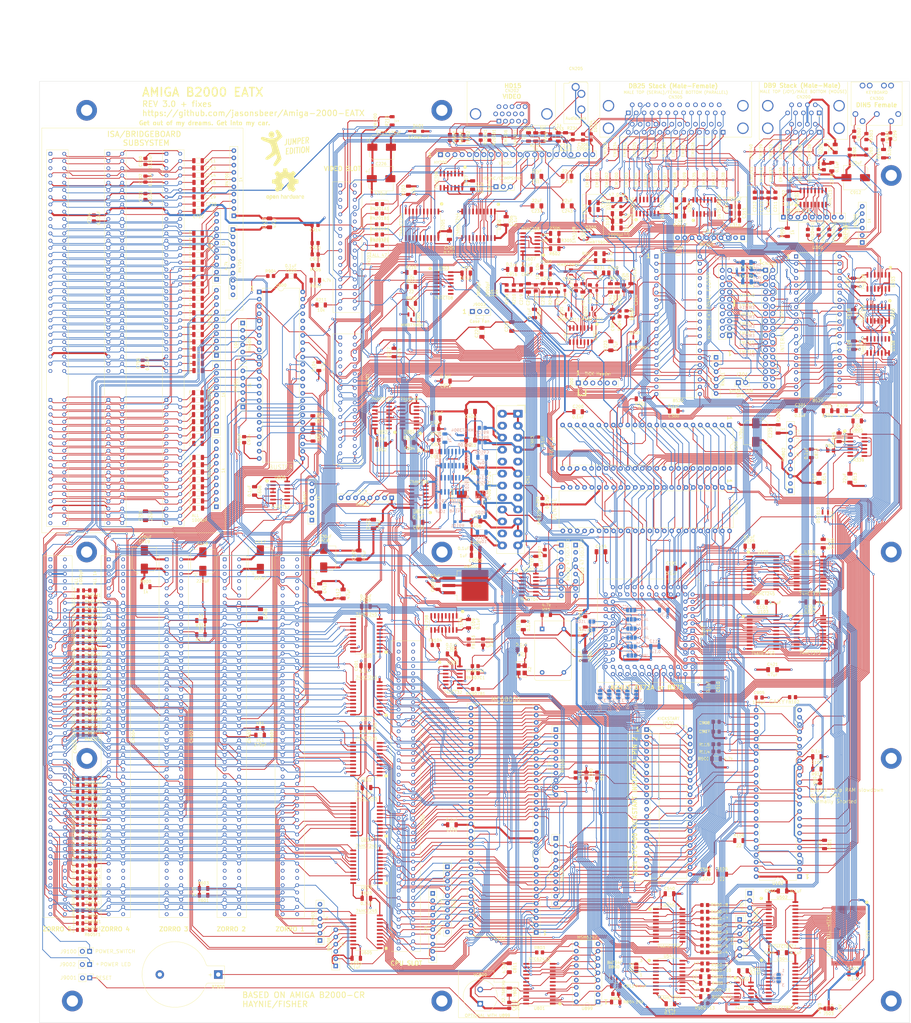
<source format=kicad_pcb>
(kicad_pcb
	(version 20240108)
	(generator "pcbnew")
	(generator_version "8.0")
	(general
		(thickness 1.6)
		(legacy_teardrops no)
	)
	(paper "C")
	(title_block
		(title "Amiga 2000 EATX")
		(date "2023-03-15")
		(rev "3.0")
	)
	(layers
		(0 "F.Cu" signal)
		(1 "In1.Cu" power)
		(2 "In2.Cu" power)
		(31 "B.Cu" signal)
		(32 "B.Adhes" user "B.Adhesive")
		(33 "F.Adhes" user "F.Adhesive")
		(34 "B.Paste" user)
		(35 "F.Paste" user)
		(36 "B.SilkS" user "B.Silkscreen")
		(37 "F.SilkS" user "F.Silkscreen")
		(38 "B.Mask" user)
		(39 "F.Mask" user)
		(40 "Dwgs.User" user "User.Drawings")
		(41 "Cmts.User" user "User.Comments")
		(42 "Eco1.User" user "User.Eco1")
		(43 "Eco2.User" user "User.Eco2")
		(44 "Edge.Cuts" user)
		(45 "Margin" user)
		(46 "B.CrtYd" user "B.Courtyard")
		(47 "F.CrtYd" user "F.Courtyard")
		(48 "B.Fab" user)
		(49 "F.Fab" user)
	)
	(setup
		(stackup
			(layer "F.SilkS"
				(type "Top Silk Screen")
			)
			(layer "F.Paste"
				(type "Top Solder Paste")
			)
			(layer "F.Mask"
				(type "Top Solder Mask")
				(thickness 0.01)
			)
			(layer "F.Cu"
				(type "copper")
				(thickness 0.035)
			)
			(layer "dielectric 1"
				(type "core")
				(thickness 0.48)
				(material "FR4")
				(epsilon_r 4.5)
				(loss_tangent 0.02)
			)
			(layer "In1.Cu"
				(type "copper")
				(thickness 0.035)
			)
			(layer "dielectric 2"
				(type "prepreg")
				(thickness 0.48)
				(material "FR4")
				(epsilon_r 4.5)
				(loss_tangent 0.02)
			)
			(layer "In2.Cu"
				(type "copper")
				(thickness 0.035)
			)
			(layer "dielectric 3"
				(type "core")
				(thickness 0.48)
				(material "FR4")
				(epsilon_r 4.5)
				(loss_tangent 0.02)
			)
			(layer "B.Cu"
				(type "copper")
				(thickness 0.035)
			)
			(layer "B.Mask"
				(type "Bottom Solder Mask")
				(thickness 0.01)
			)
			(layer "B.Paste"
				(type "Bottom Solder Paste")
			)
			(layer "B.SilkS"
				(type "Bottom Silk Screen")
			)
			(copper_finish "None")
			(dielectric_constraints no)
		)
		(pad_to_mask_clearance 0.05)
		(allow_soldermask_bridges_in_footprints no)
		(pcbplotparams
			(layerselection 0x00010fc_ffffffff)
			(plot_on_all_layers_selection 0x0000000_00000000)
			(disableapertmacros no)
			(usegerberextensions yes)
			(usegerberattributes no)
			(usegerberadvancedattributes no)
			(creategerberjobfile no)
			(dashed_line_dash_ratio 12.000000)
			(dashed_line_gap_ratio 3.000000)
			(svgprecision 4)
			(plotframeref no)
			(viasonmask no)
			(mode 1)
			(useauxorigin no)
			(hpglpennumber 1)
			(hpglpenspeed 20)
			(hpglpendiameter 15.000000)
			(pdf_front_fp_property_popups yes)
			(pdf_back_fp_property_popups yes)
			(dxfpolygonmode yes)
			(dxfimperialunits yes)
			(dxfusepcbnewfont yes)
			(psnegative no)
			(psa4output no)
			(plotreference yes)
			(plotvalue yes)
			(plotfptext yes)
			(plotinvisibletext no)
			(sketchpadsonfab no)
			(subtractmaskfromsilk yes)
			(outputformat 1)
			(mirror no)
			(drillshape 0)
			(scaleselection 1)
			(outputdirectory "out/")
		)
	)
	(net 0 "")
	(net 1 "GND")
	(net 2 "Net-(BT800-+)")
	(net 3 "_DTACK")
	(net 4 "_LDS")
	(net 5 "_UDS")
	(net 6 "R_W")
	(net 7 "_AS")
	(net 8 "_HLT")
	(net 9 "_RST")
	(net 10 "Net-(XC1-Pad1)")
	(net 11 "_BEER")
	(net 12 "_BOSS")
	(net 13 "_VPA")
	(net 14 "_BR")
	(net 15 "_BGACK")
	(net 16 "_IPL2")
	(net 17 "_IPL1")
	(net 18 "_IPL0")
	(net 19 "FC2")
	(net 20 "FC1")
	(net 21 "FC0")
	(net 22 "_VMA")
	(net 23 "D5")
	(net 24 "A4")
	(net 25 "D6")
	(net 26 "A3")
	(net 27 "D7")
	(net 28 "A2")
	(net 29 "D8")
	(net 30 "A1")
	(net 31 "D9")
	(net 32 "D10")
	(net 33 "D11")
	(net 34 "D12")
	(net 35 "D13")
	(net 36 "D14")
	(net 37 "D15")
	(net 38 "A23")
	(net 39 "E")
	(net 40 "A22")
	(net 41 "A21")
	(net 42 "A20")
	(net 43 "A19")
	(net 44 "7M")
	(net 45 "A18")
	(net 46 "A17")
	(net 47 "A16")
	(net 48 "A15")
	(net 49 "_BG")
	(net 50 "A14")
	(net 51 "A13")
	(net 52 "A12")
	(net 53 "A11")
	(net 54 "A10")
	(net 55 "A9")
	(net 56 "D0")
	(net 57 "A8")
	(net 58 "D1")
	(net 59 "A7")
	(net 60 "D2")
	(net 61 "A6")
	(net 62 "D3")
	(net 63 "A5")
	(net 64 "D4")
	(net 65 "_OEB")
	(net 66 "DRD8")
	(net 67 "DRD9")
	(net 68 "DRD10")
	(net 69 "DRD11")
	(net 70 "DRD12")
	(net 71 "DRD13")
	(net 72 "DRD14")
	(net 73 "DRD15")
	(net 74 "DRD0")
	(net 75 "DRD1")
	(net 76 "DRD2")
	(net 77 "DRD3")
	(net 78 "DRD4")
	(net 79 "DRD5")
	(net 80 "DRD6")
	(net 81 "DRD7")
	(net 82 "_LATCH")
	(net 83 "_OEL")
	(net 84 "+12V")
	(net 85 "-5V")
	(net 86 "Net-(CN601-Pad98)")
	(net 87 "Net-(CN601-Pad97)")
	(net 88 "Net-(JA5-A)")
	(net 89 "BA7")
	(net 90 "BA6")
	(net 91 "BA5")
	(net 92 "BA4")
	(net 93 "BA3")
	(net 94 "BA2")
	(net 95 "BA1")
	(net 96 "Net-(U201B-VCC)")
	(net 97 "Net-(Q202-C)")
	(net 98 "BA8")
	(net 99 "BA9")
	(net 100 "BA10")
	(net 101 "BA11")
	(net 102 "BA12")
	(net 103 "BA13")
	(net 104 "BA14")
	(net 105 "BA15")
	(net 106 "BA16")
	(net 107 "BA17")
	(net 108 "BA18")
	(net 109 "BA19")
	(net 110 "BA20")
	(net 111 "BA21")
	(net 112 "BA22")
	(net 113 "BA23")
	(net 114 "BD0")
	(net 115 "BD1")
	(net 116 "BD2")
	(net 117 "BD3")
	(net 118 "BD4")
	(net 119 "BD5")
	(net 120 "BD6")
	(net 121 "BD7")
	(net 122 "BD15")
	(net 123 "BD14")
	(net 124 "BD13")
	(net 125 "BD12")
	(net 126 "BD11")
	(net 127 "BD10")
	(net 128 "BD9")
	(net 129 "BD8")
	(net 130 "_CBG")
	(net 131 "_CBR")
	(net 132 "_INT6")
	(net 133 "XRDY")
	(net 134 "_VC1")
	(net 135 "_VC3")
	(net 136 "_INT2")
	(net 137 "VCDAC")
	(net 138 "28M")
	(net 139 "V7M")
	(net 140 "_BAS")
	(net 141 "_BUDS")
	(net 142 "_BLDS")
	(net 143 "READ")
	(net 144 "BFC0")
	(net 145 "BFC1")
	(net 146 "BFC2")
	(net 147 "_D2P")
	(net 148 "DMAOUT")
	(net 149 "_DBOE")
	(net 150 "Net-(C617-Pad1)")
	(net 151 "Net-(C619-Pad1)")
	(net 152 "Net-(C620-Pad1)")
	(net 153 "Net-(C621-Pad1)")
	(net 154 "Net-(C622-Pad1)")
	(net 155 "Net-(C623-Pad1)")
	(net 156 "Net-(C624-Pad1)")
	(net 157 "Net-(C625-Pad1)")
	(net 158 "Net-(C626-Pad1)")
	(net 159 "Net-(C627-Pad1)")
	(net 160 "Net-(C628-Pad1)")
	(net 161 "Net-(C629-Pad1)")
	(net 162 "Net-(C630-Pad1)")
	(net 163 "Net-(C631-Pad1)")
	(net 164 "Net-(C632-Pad1)")
	(net 165 "Net-(C633-Pad1)")
	(net 166 "Net-(C635-Pad1)")
	(net 167 "Net-(C637-Pad1)")
	(net 168 "Net-(C639-Pad1)")
	(net 169 "Net-(C641-Pad1)")
	(net 170 "Net-(C645-Pad1)")
	(net 171 "Net-(C647-Pad1)")
	(net 172 "Net-(C649-Pad1)")
	(net 173 "Net-(C650-Pad1)")
	(net 174 "Net-(C651-Pad1)")
	(net 175 "Net-(C652-Pad1)")
	(net 176 "Net-(C654-Pad1)")
	(net 177 "Net-(C655-Pad1)")
	(net 178 "Net-(C657-Pad1)")
	(net 179 "Net-(C658-Pad1)")
	(net 180 "Net-(C659-Pad1)")
	(net 181 "Net-(C660-Pad1)")
	(net 182 "Net-(C661-Pad1)")
	(net 183 "Net-(C662-Pad1)")
	(net 184 "Net-(C663-Pad1)")
	(net 185 "Net-(C664-Pad1)")
	(net 186 "Net-(C665-Pad1)")
	(net 187 "Net-(C666-Pad1)")
	(net 188 "Net-(C667-Pad1)")
	(net 189 "Net-(C668-Pad1)")
	(net 190 "Net-(C669-Pad1)")
	(net 191 "Net-(C670-Pad1)")
	(net 192 "Net-(C671-Pad1)")
	(net 193 "Net-(C672-Pad1)")
	(net 194 "Net-(C673-Pad1)")
	(net 195 "Net-(C674-Pad1)")
	(net 196 "_EINT1")
	(net 197 "Net-(C675-Pad1)")
	(net 198 "E7M")
	(net 199 "_EBG5")
	(net 200 "_EBR5")
	(net 201 "_EINT4")
	(net 202 "_EINT5")
	(net 203 "_EINT7")
	(net 204 "-12V")
	(net 205 "_EC1")
	(net 206 "_GBG")
	(net 207 "DOE")
	(net 208 "_OVR")
	(net 209 "ECDAC")
	(net 210 "_SLAVE5")
	(net 211 "_OWN")
	(net 212 "_EBG4")
	(net 213 "_EBR4")
	(net 214 "_SLAVE4")
	(net 215 "_EBG3")
	(net 216 "_EBR3")
	(net 217 "_SLAVE3")
	(net 218 "_EBG2")
	(net 219 "_EBR2")
	(net 220 "_SLAVE2")
	(net 221 "_EBG1")
	(net 222 "_EBR1")
	(net 223 "_COPCFG")
	(net 224 "_SLAVE1")
	(net 225 "Net-(U200-P0X)")
	(net 226 "/Power/+5VSB")
	(net 227 "Net-(U200-P0Y)")
	(net 228 "/Zorro_Expansion/_CFGOUT4")
	(net 229 "/Zorro_Expansion/_CFGIN4")
	(net 230 "/Zorro_Expansion/_CFGOUT3")
	(net 231 "/Zorro_Expansion/_CFGIN3")
	(net 232 "/Zorro_Expansion/_CFGOUT2")
	(net 233 "/Zorro_Expansion/_CFGIN2")
	(net 234 "Net-(U200-P1X)")
	(net 235 "+VID")
	(net 236 "_C4")
	(net 237 "_CSYNC")
	(net 238 "/Video/RED")
	(net 239 "/Video/GREEN")
	(net 240 "/Video/BLUE")
	(net 241 "PSTROBE")
	(net 242 "/Video/PIXELSW")
	(net 243 "_HSYNC")
	(net 244 "/Video/BURST")
	(net 245 "_XCLKEN")
	(net 246 "FLTRIGHT")
	(net 247 "FLTLEFT")
	(net 248 "Net-(U200-P1Y)")
	(net 249 "Net-(CN202-Pad14)")
	(net 250 "Net-(CN202-Pad13)")
	(net 251 "Net-(U204B-+)")
	(net 252 "Net-(Q201-S)")
	(net 253 "Net-(U204A--)")
	(net 254 "Net-(CN202-Pad3)")
	(net 255 "Net-(CN202-Pad2)")
	(net 256 "Net-(CN202-Pad1)")
	(net 257 "AUDIO")
	(net 258 "PPD7")
	(net 259 "PPD5")
	(net 260 "PPD3")
	(net 261 "PPD1")
	(net 262 "_PACK")
	(net 263 "PBUSY")
	(net 264 "PPOUT")
	(net 265 "B1")
	(net 266 "G2")
	(net 267 "G0")
	(net 268 "R2")
	(net 269 "R0")
	(net 270 "RAWRIGHT")
	(net 271 "RAWLEFT")
	(net 272 "_LED")
	(net 273 "PPD6")
	(net 274 "PPD4")
	(net 275 "PPD2")
	(net 276 "PPD0")
	(net 277 "PSEL")
	(net 278 "B2")
	(net 279 "G1")
	(net 280 "R1")
	(net 281 "+3V3")
	(net 282 "Net-(EMI200-Pad2)")
	(net 283 "Net-(R212-Pad2)")
	(net 284 "XCLK")
	(net 285 "Net-(R216-Pad2)")
	(net 286 "B0")
	(net 287 "R3")
	(net 288 "G3")
	(net 289 "B3")
	(net 290 "Net-(Q200-S)")
	(net 291 "M1V")
	(net 292 "M1H")
	(net 293 "M0V")
	(net 294 "M0H")
	(net 295 "Net-(RN700-R9)")
	(net 296 "RGA1")
	(net 297 "RGA2")
	(net 298 "RGA3")
	(net 299 "RGA4")
	(net 300 "RGA5")
	(net 301 "C1")
	(net 302 "RGA6")
	(net 303 "RGA7")
	(net 304 "_CDAC")
	(net 305 "RGA8")
	(net 306 "Net-(RN700-R8)")
	(net 307 "_BHS")
	(net 308 "_CIPL0")
	(net 309 "_C2")
	(net 310 "Net-(RN700-R7)")
	(net 311 "Net-(RN700-R6)")
	(net 312 "Net-(RN700-R5)")
	(net 313 "C3")
	(net 314 "_BRST")
	(net 315 "Net-(RN700-R4)")
	(net 316 "Net-(RN700-R3)")
	(net 317 "Net-(RN700-R2)")
	(net 318 "Net-(RN700-R1)")
	(net 319 "Net-(RN701-R9)")
	(net 320 "Net-(RN701-R8)")
	(net 321 "Net-(RN701-R7)")
	(net 322 "Net-(RN701-R6)")
	(net 323 "Net-(RN701-R5)")
	(net 324 "Net-(RN701-R4)")
	(net 325 "Net-(RN701-R3)")
	(net 326 "Net-(RN701-R2)")
	(net 327 "Net-(RN701-R1)")
	(net 328 "Net-(RN702-R9)")
	(net 329 "Net-(RN702-R8)")
	(net 330 "Net-(RN702-R7)")
	(net 331 "Net-(RN702-R6)")
	(net 332 "Net-(D800-Pad2)")
	(net 333 "Net-(D800-Pad1)")
	(net 334 "Net-(RN702-R5)")
	(net 335 "Net-(RN702-R4)")
	(net 336 "_CLKWR")
	(net 337 "_CLKRD")
	(net 338 "Net-(RN702-R3)")
	(net 339 "Net-(RN703-R6)")
	(net 340 "Net-(RN703-R5)")
	(net 341 "Net-(RN703-R4)")
	(net 342 "_MC1")
	(net 343 "_EC3")
	(net 344 "Net-(RN907B1-Pad2)")
	(net 345 "_RAS1")
	(net 346 "_CASL")
	(net 347 "_RAS0")
	(net 348 "_CASU")
	(net 349 "DRA8")
	(net 350 "DMAL")
	(net 351 "_WE")
	(net 352 "_INT3")
	(net 353 "_ROMEN")
	(net 354 "Net-(RN703-R3)")
	(net 355 "Net-(U900-Pad10)")
	(net 356 "Net-(RN703-R2)")
	(net 357 "Net-(RN703-R1)")
	(net 358 "Net-(RN704-R8)")
	(net 359 "Net-(RN704-R7)")
	(net 360 "Net-(RN704-R6)")
	(net 361 "Net-(RN704-R5)")
	(net 362 "Net-(RN704-R4)")
	(net 363 "Vref")
	(net 364 "+AV")
	(net 365 "-AV")
	(net 366 "Net-(C231-Pad2)")
	(net 367 "Net-(RN704-R3)")
	(net 368 "Net-(RN704-R2)")
	(net 369 "Net-(C233-Pad2)")
	(net 370 "Net-(C241-Pad2)")
	(net 371 "Net-(RN704-R1)")
	(net 372 "Net-(RN702-R2)")
	(net 373 "AUDOUT")
	(net 374 "Net-(CN200-Pad18)")
	(net 375 "/Paula/FIR0")
	(net 376 "Net-(CN200-Pad14)")
	(net 377 "Net-(CN200-Pad13)")
	(net 378 "Net-(CN200-Pad12)")
	(net 379 "Net-(CN200-Pad11)")
	(net 380 "Net-(CN200-Pad10)")
	(net 381 "Net-(CN200-Pad9)")
	(net 382 "Net-(CN200-Pad5)")
	(net 383 "Net-(CN200-Pad4)")
	(net 384 "Net-(CN200-Pad3)")
	(net 385 "Net-(CN200-Pad2)")
	(net 386 "Net-(CN200-Pad1)")
	(net 387 "_FIR1")
	(net 388 "Net-(RN702-R1)")
	(net 389 "Net-(RN703-R9)")
	(net 390 "Net-(RN703-R8)")
	(net 391 "Net-(RN703-R7)")
	(net 392 "Net-(U899-_XT)")
	(net 393 "Net-(U805A--)")
	(net 394 "Net-(RN802A-R1.1)")
	(net 395 "Net-(U102A-_LATCH)")
	(net 396 "_FIR0")
	(net 397 "Net-(J9002-Pin_1)")
	(net 398 "Net-(D9100-K)")
	(net 399 "AUDIN")
	(net 400 "_CUTOFF")
	(net 401 "unconnected-(CN1-PWR_OK-Pad8)")
	(net 402 "unconnected-(CN1-NC-Pad20)")
	(net 403 "unconnected-(CN202-Pad4)")
	(net 404 "unconnected-(CN202-Pad9)")
	(net 405 "_RxD")
	(net 406 "_TxD")
	(net 407 "DKWE")
	(net 408 "_DKWD")
	(net 409 "_DKRD")
	(net 410 "_KBRST")
	(net 411 "Net-(C310-Pad1)")
	(net 412 "Net-(C311-Pad1)")
	(net 413 "Net-(C312-Pad1)")
	(net 414 "Net-(C314-Pad2)")
	(net 415 "Net-(C315-Pad2)")
	(net 416 "Net-(C316-Pad2)")
	(net 417 "Net-(C318-Pad2)")
	(net 418 "unconnected-(CN202-Pad11)")
	(net 419 "unconnected-(CN202-Pad12)")
	(net 420 "unconnected-(CN202-Pad15)")
	(net 421 "/Serial/DTR")
	(net 422 "unconnected-(CN203-Pad1)")
	(net 423 "unconnected-(CN203-Pad2)")
	(net 424 "unconnected-(CN203-Pad5)")
	(net 425 "unconnected-(CN203-Pad35)")
	(net 426 "unconnected-(CN300-Pad3)")
	(net 427 "unconnected-(CN303-Pin_3-Pad3)")
	(net 428 "Net-(CN304-Pin_1)")
	(net 429 "/Serial/CD")
	(net 430 "/Serial/DSR")
	(net 431 "/Serial/CTS")
	(net 432 "/Serial/RTS")
	(net 433 "Net-(CN304-Pin_2)")
	(net 434 "Net-(EMI332-Pad2)")
	(net 435 "Net-(EMI333-Pad2)")
	(net 436 "Net-(CN304-Pin_3)")
	(net 437 "Net-(R902-Pad2)")
	(net 438 "Net-(CN304-Pin_4)")
	(net 439 "_MTR")
	(net 440 "_SEL1")
	(net 441 "_SEL0")
	(net 442 "_SIDE")
	(net 443 "DIR")
	(net 444 "_STEP")
	(net 445 "_INDEX")
	(net 446 "Net-(CN304-Pin_6)")
	(net 447 "Net-(CN304-Pin_8)")
	(net 448 "Net-(CN304-Pin_9)")
	(net 449 "Net-(CN304-Pin_10)")
	(net 450 "Net-(CN304-Pin_11)")
	(net 451 "_KBCLK")
	(net 452 "Net-(C313-Pad1)")
	(net 453 "Net-(CN304-Pin_12)")
	(net 454 "Net-(CN304-Pin_13)")
	(net 455 "Net-(CN304-Pin_14)")
	(net 456 "Net-(EMI310-Pad2)")
	(net 457 "Net-(CN304-Pin_15)")
	(net 458 "Net-(CN304-Pin_16)")
	(net 459 "Net-(CN304-Pin_17)")
	(net 460 "Net-(CN305-Pad11)")
	(net 461 "Net-(CN305-Pad10)")
	(net 462 "Net-(CN305-Pad1)")
	(net 463 "_EXRAM")
	(net 464 "Net-(CN304-Pin_18)")
	(net 465 "/Memory and Kickstart/_SRAMCE")
	(net 466 "OVL")
	(net 467 "/Memory and Kickstart/_MCASL")
	(net 468 "/Memory and Kickstart/_MCASU")
	(net 469 "/Memory and Kickstart/_MRAS1")
	(net 470 "/Memory and Kickstart/_MWE")
	(net 471 "/Memory and Kickstart/DRAB8")
	(net 472 "/Memory and Kickstart/DRAB0")
	(net 473 "/Memory and Kickstart/DRAB1")
	(net 474 "/Memory and Kickstart/DRAB2")
	(net 475 "/Memory and Kickstart/DRAB3")
	(net 476 "/Memory and Kickstart/DRAB4")
	(net 477 "/Memory and Kickstart/DRAB5")
	(net 478 "/Memory and Kickstart/DRAB6")
	(net 479 "/Memory and Kickstart/DRAB7")
	(net 480 "/Memory and Kickstart/DRAC0")
	(net 481 "/Memory and Kickstart/DRAC1")
	(net 482 "/Memory and Kickstart/DRAC2")
	(net 483 "/Memory and Kickstart/DRAC3")
	(net 484 "/Memory and Kickstart/DRAC4")
	(net 485 "/Memory and Kickstart/DRAC5")
	(net 486 "/Memory and Kickstart/DRAC6")
	(net 487 "/Memory and Kickstart/DRAC7")
	(net 488 "/Memory and Kickstart/DRAC8")
	(net 489 "Net-(CN304-Pin_19)")
	(net 490 "Net-(C259-Pad1)")
	(net 491 "/Floppy and Parallel/_IORST")
	(net 492 "Net-(CN305A-P14)")
	(net 493 "Net-(FB301-Pad2)")
	(net 494 "unconnected-(CN305A-P15-Pad15)")
	(net 495 "Net-(CN305A-P16)")
	(net 496 "unconnected-(CN305-Pad37)")
	(net 497 "unconnected-(CN305-Pad38)")
	(net 498 "unconnected-(CN305-Pad39)")
	(net 499 "unconnected-(CN305-Pad40)")
	(net 500 "unconnected-(CN305-Pad41)")
	(net 501 "unconnected-(CN305-Pad42)")
	(net 502 "unconnected-(CN305-Pad44)")
	(net 503 "_BUSRST")
	(net 504 "/Floppy and Parallel/_INUSE0")
	(net 505 "unconnected-(CN305-Pad46)")
	(net 506 "unconnected-(CN305-Pad48)")
	(net 507 "unconnected-(CN305-Pad49)")
	(net 508 "unconnected-(CN305-Pad50)")
	(net 509 "unconnected-(CN601-Pad11)")
	(net 510 "Net-(RN705-R1)")
	(net 511 "Net-(RN705-R2)")
	(net 512 "Net-(RN705-R3)")
	(net 513 "/Paula/+5VMOUSE")
	(net 514 "Net-(RN705-R4)")
	(net 515 "Net-(RN705-R7)")
	(net 516 "Net-(C711-Pad2)")
	(net 517 "Net-(RN705-R8)")
	(net 518 "Net-(C713-Pad2)")
	(net 519 "Net-(RN705-R5)")
	(net 520 "Net-(C714-Pad2)")
	(net 521 "Net-(RN705-R6)")
	(net 522 "Net-(C716-Pad2)")
	(net 523 "Net-(D200-K)")
	(net 524 "Net-(C717-Pad2)")
	(net 525 "Net-(D200-A)")
	(net 526 "Net-(C719-Pad2)")
	(net 527 "Net-(D300-K)")
	(net 528 "Net-(C720-Pad2)")
	(net 529 "Net-(D301-K)")
	(net 530 "Net-(C722-Pad2)")
	(net 531 "Net-(D400-K)")
	(net 532 "Net-(C726-Pad2)")
	(net 533 "Net-(D401-A)")
	(net 534 "Net-(C728-Pad2)")
	(net 535 "Net-(D9100-A)")
	(net 536 "Net-(C730-Pad2)")
	(net 537 "Net-(RN200-R1)")
	(net 538 "Net-(C732-Pad2)")
	(net 539 "Net-(RN200-R4)")
	(net 540 "Net-(C734-Pad2)")
	(net 541 "Net-(RN200-R3)")
	(net 542 "Net-(C736-Pad2)")
	(net 543 "Net-(RN200-R6)")
	(net 544 "Net-(C738-Pad2)")
	(net 545 "Net-(RN200-R5)")
	(net 546 "Net-(C740-Pad2)")
	(net 547 "Net-(RN200-R2)")
	(net 548 "Net-(C742-Pad2)")
	(net 549 "Net-(RN200-R7)")
	(net 550 "Net-(C744-Pad2)")
	(net 551 "Net-(RN200-R8)")
	(net 552 "Net-(C746-Pad2)")
	(net 553 "Net-(X1-OUT)")
	(net 554 "Net-(C748-Pad2)")
	(net 555 "Net-(U109-I0d)")
	(net 556 "Net-(C750-Pad2)")
	(net 557 "Net-(U109-Zc)")
	(net 558 "Net-(C752-Pad2)")
	(net 559 "Net-(U109-Zd)")
	(net 560 "Net-(C754-Pad2)")
	(net 561 "Net-(RN300-R3)")
	(net 562 "Net-(C756-Pad2)")
	(net 563 "Net-(RN102A-R1.2)")
	(net 564 "Net-(C758-Pad2)")
	(net 565 "Net-(J102-B)")
	(net 566 "Net-(C760-Pad2)")
	(net 567 "unconnected-(J300-Pin_5-Pad5)")
	(net 568 "Net-(C762-Pad2)")
	(net 569 "Net-(J301-Pin_1)")
	(net 570 "Net-(C764-Pad2)")
	(net 571 "Net-(C766-Pad2)")
	(net 572 "unconnected-(J9003-Pin_3-Pad3)")
	(net 573 "Net-(C768-Pad2)")
	(net 574 "Net-(J9004-A)")
	(net 575 "Net-(C770-Pad2)")
	(net 576 "Net-(J9004-C)")
	(net 577 "Net-(C776-Pad2)")
	(net 578 "Net-(JA1-C)")
	(net 579 "Net-(C778-Pad2)")
	(net 580 "Net-(JA1-B)")
	(net 581 "Net-(C780-Pad2)")
	(net 582 "Net-(JA2-C)")
	(net 583 "Net-(C782-Pad2)")
	(net 584 "Net-(JA3-C)")
	(net 585 "Net-(C784-Pad2)")
	(net 586 "Net-(JA4-C)")
	(net 587 "Net-(C786-Pad2)")
	(net 588 "Net-(JA5-C)")
	(net 589 "Net-(C787-Pad2)")
	(net 590 "Net-(JA6-C)")
	(net 591 "Net-(C789-Pad2)")
	(net 592 "Net-(JA8-C)")
	(net 593 "Net-(C790-Pad2)")
	(net 594 "Net-(JA9-C)")
	(net 595 "Net-(C791-Pad2)")
	(net 596 "Net-(JA10-C)")
	(net 597 "Net-(C793-Pad2)")
	(net 598 "Net-(JA11-C)")
	(net 599 "Net-(C794-Pad2)")
	(net 600 "Net-(JA12-C)")
	(net 601 "Net-(C796-Pad2)")
	(net 602 "Net-(JA13-C)")
	(net 603 "Net-(Q200-G)")
	(net 604 "Net-(Q201-G)")
	(net 605 "Net-(CN700-PadD17)")
	(net 606 "Net-(CN700-PadD15)")
	(net 607 "Net-(CN700-PadD14)")
	(net 608 "Net-(CN700-PadD13)")
	(net 609 "Net-(CN700-PadD12)")
	(net 610 "Net-(CN700-PadD11)")
	(net 611 "Net-(CN700-PadD10)")
	(net 612 "Net-(CN700-PadD9)")
	(net 613 "Net-(CN700-PadD8)")
	(net 614 "Net-(CN700-PadD7)")
	(net 615 "Net-(CN700-PadD6)")
	(net 616 "Net-(CN700-PadD5)")
	(net 617 "Net-(CN700-PadD4)")
	(net 618 "Net-(CN700-PadD3)")
	(net 619 "Net-(Q202-B)")
	(net 620 "Net-(Q301-B)")
	(net 621 "Net-(Q302-B)")
	(net 622 "Net-(Q302-C)")
	(net 623 "Net-(CN700-PadB30)")
	(net 624 "Net-(CN700-PadB28)")
	(net 625 "Net-(CN700-PadB27)")
	(net 626 "Net-(CN700-PadB26)")
	(net 627 "Net-(CN700-PadB25)")
	(net 628 "Net-(CN700-PadB24)")
	(net 629 "Net-(CN700-PadB23)")
	(net 630 "Net-(CN700-PadB22)")
	(net 631 "Net-(CN700-PadB21)")
	(net 632 "Net-(CN700-PadB20)")
	(net 633 "Net-(CN700-PadB19)")
	(net 634 "Net-(CN700-PadB18)")
	(net 635 "Net-(CN700-PadB17)")
	(net 636 "Net-(CN700-PadB16)")
	(net 637 "Net-(CN700-PadB15)")
	(net 638 "Net-(Q9100-B)")
	(net 639 "Net-(U102A-_VPA)")
	(net 640 "Net-(U102A-_DTACK)")
	(net 641 "Net-(U200-RIGHT)")
	(net 642 "Net-(CN700-PadB8)")
	(net 643 "Net-(CN700-PadB6)")
	(net 644 "Net-(CN700-PadB4)")
	(net 645 "Net-(CN700-PadB2)")
	(net 646 "Net-(CN700-PadA11)")
	(net 647 "Net-(CN700-PadA10)")
	(net 648 "Net-(CN700-PadA1)")
	(net 649 "Net-(U200-LEFT)")
	(net 650 "/Zorro_Expansion/_CFGIN5")
	(net 651 "/Zorro_Expansion/_CFGOUT1")
	(net 652 "Net-(U108B-~{Q})")
	(net 653 "Net-(U102C-MTRON)")
	(net 654 "/Serial/RESET")
	(net 655 "+AUD")
	(net 656 "Net-(EMI206-Pad1)")
	(net 657 "Net-(EMI207-Pad1)")
	(net 658 "Net-(U540-O0a)")
	(net 659 "Net-(U540-O1a)")
	(net 660 "Net-(U540-O2a)")
	(net 661 "Net-(U540-O3a)")
	(net 662 "Net-(U540-O0b)")
	(net 663 "Net-(U540-O1b)")
	(net 664 "Net-(U540-O2b)")
	(net 665 "Net-(U540-O3b)")
	(net 666 "Net-(U541-O0a)")
	(net 667 "Net-(U541-O1a)")
	(net 668 "Net-(U541-O2a)")
	(net 669 "Net-(U541-O3a)")
	(net 670 "Net-(U541-O0b)")
	(net 671 "Net-(U541-O1b)")
	(net 672 "Net-(U541-O3b)")
	(net 673 "Net-(U800A-DOE)")
	(net 674 "Net-(U800A-_C4)")
	(net 675 "Net-(U9102B-Q)")
	(net 676 "Net-(RN100-R7)")
	(net 677 "Net-(RN102A-R1.1)")
	(net 678 "Net-(RN102B-R2.1)")
	(net 679 "Net-(RN102C-R3.1)")
	(net 680 "Net-(U205-1Y2)")
	(net 681 "Net-(C9103-Pad1)")
	(net 682 "Net-(U202-Za)")
	(net 683 "Net-(U9101-Pad6)")
	(net 684 "Net-(U202-Zb)")
	(net 685 "Net-(U202-Zc)")
	(net 686 "/Memory and Kickstart/CAS")
	(net 687 "/Memory and Kickstart/RAS")
	(net 688 "/Memory and Kickstart/DRAD1")
	(net 689 "/Memory and Kickstart/DRAD2")
	(net 690 "/Memory and Kickstart/DRAD3")
	(net 691 "/Memory and Kickstart/DRAD4")
	(net 692 "/Memory and Kickstart/DRAD5")
	(net 693 "/Memory and Kickstart/DRAD6")
	(net 694 "/Memory and Kickstart/DRAD7")
	(net 695 "/Memory and Kickstart/DRAD8")
	(net 696 "Net-(U202-Zd)")
	(net 697 "Net-(C9105-Pad1)")
	(net 698 "/Power/_PS-ON")
	(net 699 "unconnected-(RN205-R1-Pad2)")
	(net 700 "unconnected-(RN300-R1-Pad2)")
	(net 701 "unconnected-(RN300-R9-Pad10)")
	(net 702 "unconnected-(RN704-R9-Pad10)")
	(net 703 "unconnected-(RN705-R9-Pad10)")
	(net 704 "Net-(RN802C-R3.2)")
	(net 705 "Net-(RN802D-R4.2)")
	(net 706 "Net-(RN902B-R2.1)")
	(net 707 "Net-(CN305-Pad13)")
	(net 708 "Net-(CN305-Pad12)")
	(net 709 "Net-(CN305-Pad9)")
	(net 710 "Net-(CN305-Pad8)")
	(net 711 "Net-(CN305-Pad7)")
	(net 712 "Net-(CN305-Pad6)")
	(net 713 "Net-(CN305-Pad5)")
	(net 714 "Net-(CN305-Pad4)")
	(net 715 "Net-(CN305-Pad3)")
	(net 716 "Net-(CN305-Pad2)")
	(net 717 "Net-(C304-Pad1)")
	(net 718 "Net-(C306-Pad1)")
	(net 719 "Net-(CN305-Pad47)")
	(net 720 "Net-(CN305-Pad45)")
	(net 721 "Net-(CN305-Pad35)")
	(net 722 "Net-(CN305-Pad34)")
	(net 723 "Net-(CN305-Pad33)")
	(net 724 "Net-(CN305-Pad31)")
	(net 725 "Net-(CN305-Pad30)")
	(net 726 "Net-(CN305-Pad29)")
	(net 727 "Net-(CN305-Pad28)")
	(net 728 "Net-(CN305-Pad27)")
	(net 729 "Net-(RN902C-R3.1)")
	(net 730 "/Video/_COMPSYNC")
	(net 731 "/Video/SYNC")
	(net 732 "/Video/COMPVID")
	(net 733 "Net-(RN902D-R4.1)")
	(net 734 "unconnected-(RN903-R5-Pad6)")
	(net 735 "Net-(CN203-Pad33)")
	(net 736 "Net-(RN908-R1)")
	(net 737 "Net-(RN908-R2)")
	(net 738 "_VSYNC")
	(net 739 "/Floppy and Parallel/_RDY")
	(net 740 "/Floppy and Parallel/_WPROT")
	(net 741 "/Floppy and Parallel/_TRK0")
	(net 742 "/Floppy and Parallel/_DKWEB")
	(net 743 "/Floppy and Parallel/_DKWDB")
	(net 744 "/Floppy and Parallel/_MTROD")
	(net 745 "/Floppy and Parallel/_INUSE1")
	(net 746 "/Floppy and Parallel/_CHNG")
	(net 747 "/Floppy and Parallel/_KBDATA")
	(net 748 "Net-(CN203-Pad29)")
	(net 749 "Net-(CN203-Pad27)")
	(net 750 "Net-(CN203-Pad25)")
	(net 751 "Net-(CN203-Pad23)")
	(net 752 "unconnected-(RNX2-R9-Pad10)")
	(net 753 "Net-(C260-Pad1)")
	(net 754 "Net-(CN200-Pad15)")
	(net 755 "AgnusCLK")
	(net 756 "Net-(U102A-_BLIT)")
	(net 757 "Net-(U102C-DKWEB)")
	(net 758 "Net-(U102C-DKWDB)")
	(net 759 "7MHz")
	(net 760 "Net-(U102C-MTRX)")
	(net 761 "Net-(U108B-C)")
	(net 762 "unconnected-(U109-Za-Pad4)")
	(net 763 "unconnected-(U109-Zb-Pad7)")
	(net 764 "Net-(U201A-BURST)")
	(net 765 "Net-(U201A-R0)")
	(net 766 "Net-(U201A-R1)")
	(net 767 "Net-(U201A-R2)")
	(net 768 "Net-(U201A-R3)")
	(net 769 "Net-(U201A-B0)")
	(net 770 "DRA9")
	(net 771 "/Memory and Kickstart/DRAB9")
	(net 772 "Net-(U201A-B1)")
	(net 773 "Net-(U201A-B2)")
	(net 774 "Net-(U201A-B3)")
	(net 775 "Net-(U201A-G0)")
	(net 776 "Net-(U201A-G1)")
	(net 777 "Net-(U201A-G2)")
	(net 778 "Net-(U201A-G3)")
	(net 779 "Net-(U201A-PIXELSW)")
	(net 780 "unconnected-(U207-Pad8)")
	(net 781 "unconnected-(U207-Pad11)")
	(net 782 "Net-(U300A-_CS)")
	(net 783 "unconnected-(U301A-_PC-Pad18)")
	(net 784 "Net-(U301A-_CS)")
	(net 785 "unconnected-(U303-Pad8)")
	(net 786 "unconnected-(U303-Pad9)")
	(net 787 "_DBR")
	(net 788 "_RAMEN")
	(net 789 "_REGEN")
	(net 790 "_BLS")
	(net 791 "unconnected-(U303-Pad10)")
	(net 792 "unconnected-(U305-Pad2)")
	(net 793 "/Memory and Kickstart/DRAC9")
	(net 794 "/Memory and Kickstart/DRAD9")
	(net 795 "unconnected-(U305-Pad5)")
	(net 796 "/Memory and Kickstart/_MRAS0")
	(net 797 "unconnected-(U305-Pad9)")
	(net 798 "unconnected-(U305-Pad12)")
	(net 799 "unconnected-(U501-Pad11)")
	(net 800 "unconnected-(U541-O2b-Pad5)")
	(net 801 "/Memory and Kickstart/DRABx")
	(net 802 "/Memory and Kickstart/DRADx")
	(net 803 "DRA0-G")
	(net 804 "DRA7-6")
	(net 805 "DRA5-4")
	(net 806 "DRA3-2")
	(net 807 "DRA1-0")
	(net 808 "DRA8-7")
	(net 809 "DRA6-5")
	(net 810 "DRA4-3")
	(net 811 "DRA2-1")
	(net 812 "unconnected-(U600-A7-Pad9)")
	(net 813 "unconnected-(U600-B7-Pad11)")
	(net 814 "/Buster and RTC/CLKVCC")
	(net 815 "/Buster and RTC/STDP")
	(net 816 "unconnected-(U800A-PTEST-Pad44)")
	(net 817 "unconnected-(U801-(VDD)-Pad22)")
	(net 818 "unconnected-(U801-(VDD)-Pad23)")
	(net 819 "unconnected-(U802-O7-Pad7)")
	(net 820 "Net-(U802-O6)")
	(net 821 "Net-(U802-O5)")
	(net 822 "Net-(U802-O4)")
	(net 823 "Net-(U802-O3)")
	(net 824 "Net-(U802-O2)")
	(net 825 "Net-(U802-O1)")
	(net 826 "Net-(U802-O0)")
	(net 827 "Net-(U804-I1)")
	(net 828 "Net-(U804-I4)")
	(net 829 "Net-(U804-I5)")
	(net 830 "Net-(U804-I7)")
	(net 831 "unconnected-(U804-GS-Pad14)")
	(net 832 "unconnected-(U804-EO-Pad15)")
	(net 833 "Net-(U899-XT)")
	(net 834 "/Floppy and Parallel/_MTRX")
	(net 835 "/Floppy and Parallel/_DKRST")
	(net 836 "_SEL3")
	(net 837 "_SEL2")
	(net 838 "Net-(EMI320-Pad1)")
	(net 839 "Net-(EMI321-Pad1)")
	(net 840 "Net-(U9102B-C)")
	(net 841 "Net-(U9102B-D)")
	(net 842 "Net-(U9102B-~{R})")
	(net 843 "unconnected-(U9102B-~{Q}-Pad8)")
	(net 844 "Net-(X1-Enable)")
	(net 845 "_CIPL2")
	(net 846 "Net-(R203A1-Pad2)")
	(net 847 "_CIPL1")
	(net 848 "TBASE")
	(net 849 "Net-(J900-B)")
	(net 850 "+5V")
	(net 851 "unconnected-(RNX1-R1-Pad2)")
	(net 852 "unconnected-(U801-NC-Pad3)")
	(net 853 "unconnected-(U801-NC-Pad6)")
	(net 854 "unconnected-(U801-NC-Pad8)")
	(net 855 "unconnected-(U801-NC-Pad17)")
	(net 856 "unconnected-(U801-NC-Pad18)")
	(net 857 "unconnected-(U801-NC-Pad21)")
	(net 858 "Mcc")
	(footprint "Resistor_SMD:R_0805_2012Metric_Pad1.20x1.40mm_HandSolder" (layer "F.Cu") (at 292.40729 297.1995 -90))
	(footprint "Resistor_SMD:R_0805_2012Metric_Pad1.20x1.40mm_HandSolder" (layer "F.Cu") (at 296.16649 297.1995 -90))
	(footprint "Package_SO:SOIC-20W_7.5x12.8mm_P1.27mm" (layer "F.Cu") (at 370.74089 226.2827))
	(footprint "Capacitor_SMD:C_0805_2012Metric_Pad1.18x1.45mm_HandSolder" (layer "F.Cu") (at 277.01489 201.2383 90))
	(footprint "Capacitor_SMD:C_1206_3216Metric" (layer "F.Cu") (at 244.42669 107.8425 90))
	(footprint "Capacitor_SMD:C_1206_3216Metric" (layer "F.Cu") (at 264.30219 102.826 -90))
	(footprint "Capacitor_SMD:C_1206_3216Metric" (layer "F.Cu") (at 243.15669 158.9981 180))
	(footprint "Resistor_SMD:R_1206_3216Metric" (layer "F.Cu") (at 231.04089 125.8765))
	(footprint "Resistor_SMD:R_1206_3216Metric" (layer "F.Cu") (at 224.33529 67.7359 90))
	(footprint "Resistor_SMD:R_1206_3216Metric" (layer "F.Cu") (at 230.99009 120.8981))
	(footprint "Resistor_SMD:R_0805_2012Metric_Pad1.20x1.40mm_HandSolder" (layer "F.Cu") (at 219.96649 96.9205 180))
	(footprint "Resistor_SMD:R_0805_2012Metric_Pad1.20x1.40mm_HandSolder" (layer "F.Cu") (at 219.91569 100.2225 180))
	(footprint "Resistor_SMD:R_0805_2012Metric_Pad1.20x1.40mm_HandSolder" (layer "F.Cu") (at 219.91569 104.0071 180))
	(footprint "Resistor_SMD:R_0805_2012Metric_Pad1.20x1.40mm_HandSolder" (layer "F.Cu") (at 219.91569 107.5885 180))
	(footprint "Resistor_SMD:R_0805_2012Metric_Pad1.20x1.40mm_HandSolder" (layer "F.Cu") (at 219.91569 111.3985))
	(footprint "Package_SO:SOIC-20W_7.5x12.8mm_P1.27mm" (layer "F.Cu") (at 234.83819 104.1759 -90))
	(footprint "Capacitor_SMD:C_1206_3216Metric" (layer "F.Cu") (at 275.28769 180.1055 90))
	(footprint "Capacitor_SMD:C_1206_3216Metric" (layer "F.Cu") (at 292.00089 255.5943 -90))
	(footprint "Capacitor_SMD:C_1206_3216Metric" (layer "F.Cu") (at 336.83969 266.2425 -90))
	(footprint "Capacitor_SMD:C_1206_3216Metric" (layer "F.Cu") (at 220.50497 181.18246))
	(footprint "Package_SO:SOIC-14_3.9x8.7mm_P1.27mm" (layer "F.Cu") (at 245.59001 262.89426))
	(footprint "Package_SO:SOIC-16_3.9x9.9mm_P1.27mm" (layer "F.Cu") (at 220.80469 171.1393 180))
	(footprint "Package_SO:SOIC-14_3.9x8.7mm_P1.27mm" (layer "F.Cu") (at 233.65709 199.6381 180))
	(footprint "AmigaFootprints:DSUB-15-HD_Female_Horizontal_P2.29x1.98mm_EdgePinOffset8.35mm_Housed_MountingHolesOffset10.89mm" (layer "F.Cu") (at 266.34969 53.8675 180))
	(footprint "Capacitor_SMD:C_1206_3216Metric" (layer "F.Cu") (at 375.4 216 90))
	(footprint "Package_SO:SOIC-14_3.9x8.7mm_P1.27mm"
		(layer "F.Cu")
		(uuid "00000000-0000-0000-0000-00006058901e")
		(at 242.42009 124.6065)
		(descr "SOIC, 14 Pin (JEDEC MS-012AB, https://www.analog.com/media/en/package-pcb-resources/package/pkg_pdf/soic_narrow-r/r_14.pdf), generated with kicad-footprint-generator ipc_gullwing_generator.py")
		(tags "SOIC SO")
		(property "Reference" "U303"
			(at 0 -5.28 0)
			(layer "F.SilkS")
			(uuid "2c8e2823-cdc0-4f6d-bc0c-b0d3dce6e097")
			(effects
				(font
					(size 1 1)
					(thickness 0.15)
				)
			)
		)
		(property "Value" "74HCT08"
			(at 0 5.28 0)
			(layer "F.SilkS")
			(uuid "88ca6a11-691e-4369-b2d5-542c1e28221d")
			(effects
				(font
					(size 1 1)
					(thickness 0.15)
				)
			)
		)
		(property "Footprint" "Package_SO:SOIC-14_3.9x8.7mm_P1.27mm"
			(at 0 0 0)
			(layer "F.Fab")
			(hide yes)
			(uuid "97734dbf-d65a-42ea-807e-f082a511e460")
			(effects
				(font
					(size 1.27 1.27)
					(thickness 0.15)
				)
			)
		)
		(property "Datasheet" "http://www.ti.com/lit/gpn/sn74LS08"
			(at 0 0 0)
			(layer "F.Fab")
			(hide yes)
			(uuid "dbd22298-7547-4a65-b6e1-bd4479c9229e")
			(effects
				(font
					(size 1.27 1.27)
					(thickness 0.15)
				)
			)
		)
		(property "Description" ""
			(at 0 0 0)
			(layer "F.Fab")
			(hide yes)
			(uuid "ab275c76-b3dc-4c58-96e2-dfc5667d465c")
			(effects
				(font
					(size 1.27 1.27)
					(thickness 0.15)
				)
			)
		)
		(property "Digikey" ""
			(at 0 0 0)
			(layer "F.Fab")
			(hide yes)
			(uuid "cf8436d3-bbdd-483e-a2c3-ff98bda8dec8")
			(effects
				(font
					(size 1 1)
					(thickness 0.15)
				)
			)
		)
		(property "Digikey cheap" ""
			(at 0 0 0)
			(layer "F.Fab")
			(hide yes)
			(uuid "7ee206fa-68ef-4156-b0da-a434764138eb")
			(effects
				(font
					(size 1 1)
					(thickness 0.15)
				)
			)
		)
		(property "JLCPCB" ""
			(at 0 0 0)
			(layer "F.Fab")
			(hide yes)
			(uuid "4b76bbbe-0b40-4da3-a09c-01f3f54e8785")
			(effects
				(font
					(size 1 1)
					(thickness 0.15)
				)
			)
		)
		(property "LCSC" "C6767"
			(at 0 0 0)
			(layer "F.Fab")
			(hide yes)
			(uuid "a3d9eb93-0a8e-4734-b2c4-62ec86838704")
			(effects
				(font
					(size 1 1)
					(thickness 0.15)
				)
			)
		)
		(property "LCSC Alt" "C176922"
			(at 0 0 0)
			(layer "F.Fab")
			(hide yes)
			(uuid "8eca5658-cb8d-4160-b908-a6e4633831e7")
			(effects
				(font
					(size 1 1)
					(thickness 0.15)
				)
			)
		)
		(property "Digikey ordered" ""
			(at 0 0 0)
			(unlocked yes)
			(layer "F.Fab")
			(hide yes)
			(uuid "648582d9-4217-4e57-a174-1a734c11b140")
			(effects
				(font
					(size 1 1)
					(thickness 0.15)
				)
			)
		)
		(property ki_fp_filters "DIP*W7.62mm*")
		(path "/00000000-0000-0000-0000-0000604fa049/00000000-0000-0000-0000-0000604b4590")
		(sheetname "Processor")
		(sheetfile "Processor.kicad_sch")
		(attr smd)
		(fp_line
			(start 0 -4.435)
			(end -3.45 -4.435)
			(stroke
				(width 0.12)
				(type solid)
			)
			(layer "F.SilkS")
			(uuid "3f9641cb-3b54-4ba4-9049-5d4fb86def59")
		)
		(fp_line
			(start 0 -4.435)
			(end 1.95 -4.435)
			(stroke
				(width 0.12)
				(type solid)
			)
			(layer "F.SilkS")
			(uuid "edc2ba47-b00d-4539-b380-f6fd0c173e45")
		)
		(fp_line
			(start 0 4.435)
			(end -1.95 4.435)
			(stroke
				(width 0.12)
				(type solid)
			)
			(layer "F.SilkS")
			(uuid "93f77142-7850-496e-9668-97d654f0c163")
		)
		(fp_line
			(start 0 4.435)
			(end 1.95 4.435)
			(stroke
				(width 0.12)
				(type solid)
			)
			(layer "F.SilkS")
			(uuid "2b6b19f6-04ae-4b90-9010-8d1cac8ea4be")
		)
		(fp_line
			(start -3.7 -4.58)
			(end -3.7 4.58)
			(stroke
				(width 0.05)
				(type solid)
			)
			(layer "F.CrtYd")
			(uuid "8ca6c4af-ed49-43b9-8449-7650b3dce236")
		)
		(fp_line
			(start -3.7 4.58)
			(end 3.7 4.58)
			(stroke
				(width 0.05)
				(type solid)
			)
			(layer "F.CrtYd")
			(uuid "47acf2f7-a16d-4178-9ad7-9fc734edb24e")
		)
		(fp_line
			(start 3.7 -4.58)
			(end -3.7 -4.58)
			(stroke
				(width 0.05)
	
... [15769280 chars truncated]
</source>
